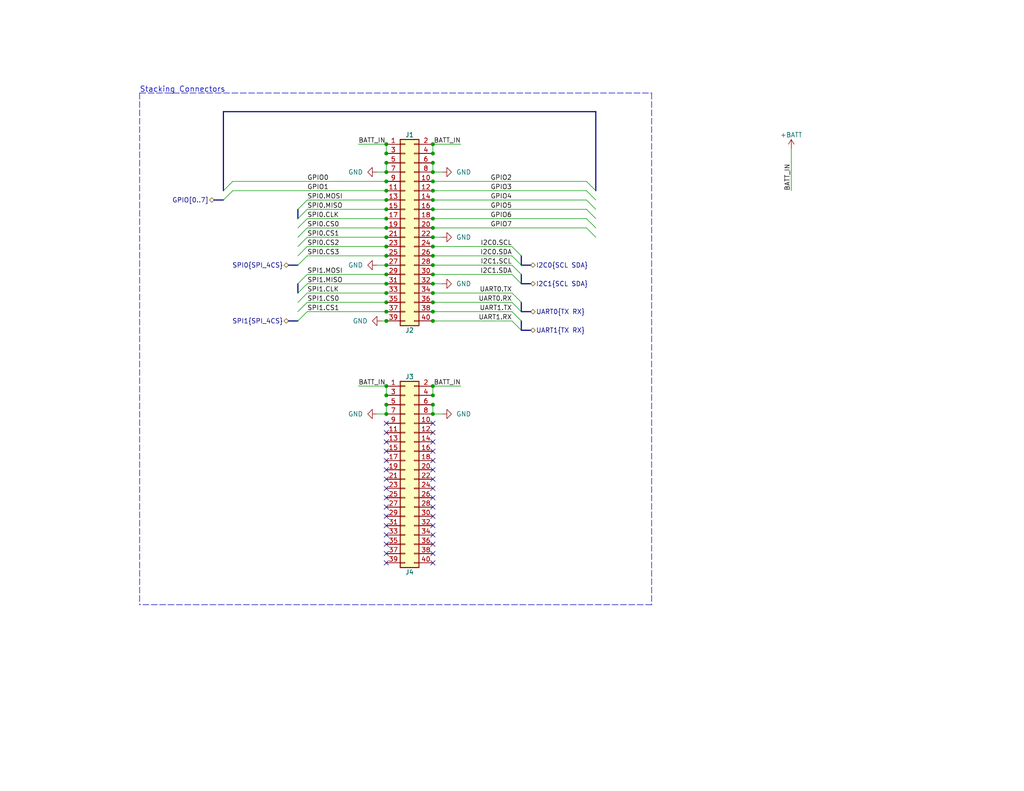
<source format=kicad_sch>
(kicad_sch (version 20210406) (generator eeschema)
  (paper "USLetter")
  (title_block (title "FlySensei Stacking Connectors") (date "2021-05-24") (rev "0.1") (company "George Mason University"))
  (lib_symbols
    (symbol "Connector_Generic:Conn_02x20_Odd_Even" (pin_names (offset 1.016) hide)
      (property "Reference" "J" (at 1.27 25.4 0))
      (property "Value" "Conn_02x20_Odd_Even" (at 1.27 -27.94 0))
      (symbol "Conn_02x20_Odd_Even_1_1"
        (rectangle (start -1.27 -25.273) (end 0 -25.527) (stroke (width 0.1524)))
        (rectangle (start -1.27 -22.733) (end 0 -22.987) (stroke (width 0.1524)))
        (rectangle (start -1.27 -20.193) (end 0 -20.447) (stroke (width 0.1524)))
        (rectangle (start -1.27 -17.653) (end 0 -17.907) (stroke (width 0.1524)))
        (rectangle (start -1.27 -15.113) (end 0 -15.367) (stroke (width 0.1524)))
        (rectangle (start -1.27 -12.573) (end 0 -12.827) (stroke (width 0.1524)))
        (rectangle (start -1.27 -10.033) (end 0 -10.287) (stroke (width 0.1524)))
        (rectangle (start -1.27 -7.493) (end 0 -7.747) (stroke (width 0.1524)))
        (rectangle (start -1.27 -4.953) (end 0 -5.207) (stroke (width 0.1524)))
        (rectangle (start -1.27 -2.413) (end 0 -2.667) (stroke (width 0.1524)))
        (rectangle (start -1.27 0.127) (end 0 -0.127) (stroke (width 0.1524)))
        (rectangle (start -1.27 2.667) (end 0 2.413) (stroke (width 0.1524)))
        (rectangle (start -1.27 5.207) (end 0 4.953) (stroke (width 0.1524)))
        (rectangle (start -1.27 7.747) (end 0 7.493) (stroke (width 0.1524)))
        (rectangle (start -1.27 10.287) (end 0 10.033) (stroke (width 0.1524)))
        (rectangle (start -1.27 12.827) (end 0 12.573) (stroke (width 0.1524)))
        (rectangle (start -1.27 15.367) (end 0 15.113) (stroke (width 0.1524)))
        (rectangle (start -1.27 17.907) (end 0 17.653) (stroke (width 0.1524)))
        (rectangle (start -1.27 20.447) (end 0 20.193) (stroke (width 0.1524)))
        (rectangle (start -1.27 22.987) (end 0 22.733) (stroke (width 0.1524)))
        (rectangle (start 3.81 -25.273) (end 2.54 -25.527) (stroke (width 0.1524)))
        (rectangle (start 3.81 -22.733) (end 2.54 -22.987) (stroke (width 0.1524)))
        (rectangle (start 3.81 -20.193) (end 2.54 -20.447) (stroke (width 0.1524)))
        (rectangle (start 3.81 -17.653) (end 2.54 -17.907) (stroke (width 0.1524)))
        (rectangle (start 3.81 -15.113) (end 2.54 -15.367) (stroke (width 0.1524)))
        (rectangle (start 3.81 -12.573) (end 2.54 -12.827) (stroke (width 0.1524)))
        (rectangle (start 3.81 -10.033) (end 2.54 -10.287) (stroke (width 0.1524)))
        (rectangle (start 3.81 -7.493) (end 2.54 -7.747) (stroke (width 0.1524)))
        (rectangle (start 3.81 -4.953) (end 2.54 -5.207) (stroke (width 0.1524)))
        (rectangle (start 3.81 -2.413) (end 2.54 -2.667) (stroke (width 0.1524)))
        (rectangle (start 3.81 0.127) (end 2.54 -0.127) (stroke (width 0.1524)))
        (rectangle (start 3.81 2.667) (end 2.54 2.413) (stroke (width 0.1524)))
        (rectangle (start 3.81 5.207) (end 2.54 4.953) (stroke (width 0.1524)))
        (rectangle (start 3.81 7.747) (end 2.54 7.493) (stroke (width 0.1524)))
        (rectangle (start 3.81 10.287) (end 2.54 10.033) (stroke (width 0.1524)))
        (rectangle (start 3.81 12.827) (end 2.54 12.573) (stroke (width 0.1524)))
        (rectangle (start 3.81 15.367) (end 2.54 15.113) (stroke (width 0.1524)))
        (rectangle (start 3.81 17.907) (end 2.54 17.653) (stroke (width 0.1524)))
        (rectangle (start 3.81 20.447) (end 2.54 20.193) (stroke (width 0.1524)))
        (rectangle (start 3.81 22.987) (end 2.54 22.733) (stroke (width 0.1524)))
        (rectangle (start -1.27 24.13) (end 3.81 -26.67) (stroke (width 0.254)) (fill (type background)))
        (pin passive line (at -5.08 22.86 0) (length 3.81) (name "Pin_1") (number "1"))
        (pin passive line (at 7.62 12.7 180) (length 3.81) (name "Pin_10") (number "10"))
        (pin passive line (at -5.08 10.16 0) (length 3.81) (name "Pin_11") (number "11"))
        (pin passive line (at 7.62 10.16 180) (length 3.81) (name "Pin_12") (number "12"))
        (pin passive line (at -5.08 7.62 0) (length 3.81) (name "Pin_13") (number "13"))
        (pin passive line (at 7.62 7.62 180) (length 3.81) (name "Pin_14") (number "14"))
        (pin passive line (at -5.08 5.08 0) (length 3.81) (name "Pin_15") (number "15"))
        (pin passive line (at 7.62 5.08 180) (length 3.81) (name "Pin_16") (number "16"))
        (pin passive line (at -5.08 2.54 0) (length 3.81) (name "Pin_17") (number "17"))
        (pin passive line (at 7.62 2.54 180) (length 3.81) (name "Pin_18") (number "18"))
        (pin passive line (at -5.08 0 0) (length 3.81) (name "Pin_19") (number "19"))
        (pin passive line (at 7.62 22.86 180) (length 3.81) (name "Pin_2") (number "2"))
        (pin passive line (at 7.62 0 180) (length 3.81) (name "Pin_20") (number "20"))
        (pin passive line (at -5.08 -2.54 0) (length 3.81) (name "Pin_21") (number "21"))
        (pin passive line (at 7.62 -2.54 180) (length 3.81) (name "Pin_22") (number "22"))
        (pin passive line (at -5.08 -5.08 0) (length 3.81) (name "Pin_23") (number "23"))
        (pin passive line (at 7.62 -5.08 180) (length 3.81) (name "Pin_24") (number "24"))
        (pin passive line (at -5.08 -7.62 0) (length 3.81) (name "Pin_25") (number "25"))
        (pin passive line (at 7.62 -7.62 180) (length 3.81) (name "Pin_26") (number "26"))
        (pin passive line (at -5.08 -10.16 0) (length 3.81) (name "Pin_27") (number "27"))
        (pin passive line (at 7.62 -10.16 180) (length 3.81) (name "Pin_28") (number "28"))
        (pin passive line (at -5.08 -12.7 0) (length 3.81) (name "Pin_29") (number "29"))
        (pin passive line (at -5.08 20.32 0) (length 3.81) (name "Pin_3") (number "3"))
        (pin passive line (at 7.62 -12.7 180) (length 3.81) (name "Pin_30") (number "30"))
        (pin passive line (at -5.08 -15.24 0) (length 3.81) (name "Pin_31") (number "31"))
        (pin passive line (at 7.62 -15.24 180) (length 3.81) (name "Pin_32") (number "32"))
        (pin passive line (at -5.08 -17.78 0) (length 3.81) (name "Pin_33") (number "33"))
        (pin passive line (at 7.62 -17.78 180) (length 3.81) (name "Pin_34") (number "34"))
        (pin passive line (at -5.08 -20.32 0) (length 3.81) (name "Pin_35") (number "35"))
        (pin passive line (at 7.62 -20.32 180) (length 3.81) (name "Pin_36") (number "36"))
        (pin passive line (at -5.08 -22.86 0) (length 3.81) (name "Pin_37") (number "37"))
        (pin passive line (at 7.62 -22.86 180) (length 3.81) (name "Pin_38") (number "38"))
        (pin passive line (at -5.08 -25.4 0) (length 3.81) (name "Pin_39") (number "39"))
        (pin passive line (at 7.62 20.32 180) (length 3.81) (name "Pin_4") (number "4"))
        (pin passive line (at 7.62 -25.4 180) (length 3.81) (name "Pin_40") (number "40"))
        (pin passive line (at -5.08 17.78 0) (length 3.81) (name "Pin_5") (number "5"))
        (pin passive line (at 7.62 17.78 180) (length 3.81) (name "Pin_6") (number "6"))
        (pin passive line (at -5.08 15.24 0) (length 3.81) (name "Pin_7") (number "7"))
        (pin passive line (at 7.62 15.24 180) (length 3.81) (name "Pin_8") (number "8"))
        (pin passive line (at -5.08 12.7 0) (length 3.81) (name "Pin_9") (number "9"))
      )
    )
    (symbol "Connector_Generic:Conn_02x20_Odd_Even_1" (pin_numbers hide) (pin_names (offset 1.016) hide)
      (property "Reference" "J" (at 1.27 25.4 0))
      (property "Value" "Conn_02x20_Odd_Even" (at 1.27 -27.94 0))
      (symbol "Conn_02x20_Odd_Even_1_1_1"
        (rectangle (start -1.27 -25.273) (end 0 -25.527) (stroke (width 0.1524)))
        (rectangle (start -1.27 -22.733) (end 0 -22.987) (stroke (width 0.1524)))
        (rectangle (start -1.27 -20.193) (end 0 -20.447) (stroke (width 0.1524)))
        (rectangle (start -1.27 -17.653) (end 0 -17.907) (stroke (width 0.1524)))
        (rectangle (start -1.27 -15.113) (end 0 -15.367) (stroke (width 0.1524)))
        (rectangle (start -1.27 -12.573) (end 0 -12.827) (stroke (width 0.1524)))
        (rectangle (start -1.27 -10.033) (end 0 -10.287) (stroke (width 0.1524)))
        (rectangle (start -1.27 -7.493) (end 0 -7.747) (stroke (width 0.1524)))
        (rectangle (start -1.27 -4.953) (end 0 -5.207) (stroke (width 0.1524)))
        (rectangle (start -1.27 -2.413) (end 0 -2.667) (stroke (width 0.1524)))
        (rectangle (start -1.27 0.127) (end 0 -0.127) (stroke (width 0.1524)))
        (rectangle (start -1.27 2.667) (end 0 2.413) (stroke (width 0.1524)))
        (rectangle (start -1.27 5.207) (end 0 4.953) (stroke (width 0.1524)))
        (rectangle (start -1.27 7.747) (end 0 7.493) (stroke (width 0.1524)))
        (rectangle (start -1.27 10.287) (end 0 10.033) (stroke (width 0.1524)))
        (rectangle (start -1.27 12.827) (end 0 12.573) (stroke (width 0.1524)))
        (rectangle (start -1.27 15.367) (end 0 15.113) (stroke (width 0.1524)))
        (rectangle (start -1.27 17.907) (end 0 17.653) (stroke (width 0.1524)))
        (rectangle (start -1.27 20.447) (end 0 20.193) (stroke (width 0.1524)))
        (rectangle (start -1.27 22.987) (end 0 22.733) (stroke (width 0.1524)))
        (rectangle (start 3.81 -25.273) (end 2.54 -25.527) (stroke (width 0.1524)))
        (rectangle (start 3.81 -22.733) (end 2.54 -22.987) (stroke (width 0.1524)))
        (rectangle (start 3.81 -20.193) (end 2.54 -20.447) (stroke (width 0.1524)))
        (rectangle (start 3.81 -17.653) (end 2.54 -17.907) (stroke (width 0.1524)))
        (rectangle (start 3.81 -15.113) (end 2.54 -15.367) (stroke (width 0.1524)))
        (rectangle (start 3.81 -12.573) (end 2.54 -12.827) (stroke (width 0.1524)))
        (rectangle (start 3.81 -10.033) (end 2.54 -10.287) (stroke (width 0.1524)))
        (rectangle (start 3.81 -7.493) (end 2.54 -7.747) (stroke (width 0.1524)))
        (rectangle (start 3.81 -4.953) (end 2.54 -5.207) (stroke (width 0.1524)))
        (rectangle (start 3.81 -2.413) (end 2.54 -2.667) (stroke (width 0.1524)))
        (rectangle (start 3.81 0.127) (end 2.54 -0.127) (stroke (width 0.1524)))
        (rectangle (start 3.81 2.667) (end 2.54 2.413) (stroke (width 0.1524)))
        (rectangle (start 3.81 5.207) (end 2.54 4.953) (stroke (width 0.1524)))
        (rectangle (start 3.81 7.747) (end 2.54 7.493) (stroke (width 0.1524)))
        (rectangle (start 3.81 10.287) (end 2.54 10.033) (stroke (width 0.1524)))
        (rectangle (start 3.81 12.827) (end 2.54 12.573) (stroke (width 0.1524)))
        (rectangle (start 3.81 15.367) (end 2.54 15.113) (stroke (width 0.1524)))
        (rectangle (start 3.81 17.907) (end 2.54 17.653) (stroke (width 0.1524)))
        (rectangle (start 3.81 20.447) (end 2.54 20.193) (stroke (width 0.1524)))
        (rectangle (start 3.81 22.987) (end 2.54 22.733) (stroke (width 0.1524)))
        (rectangle (start -1.27 24.13) (end 3.81 -26.67) (stroke (width 0.254)) (fill (type background)))
        (pin passive line (at -5.08 22.86 0) (length 3.81) (name "Pin_1") (number "1"))
        (pin passive line (at 7.62 12.7 180) (length 3.81) (name "Pin_10") (number "10"))
        (pin passive line (at -5.08 10.16 0) (length 3.81) (name "Pin_11") (number "11"))
        (pin passive line (at 7.62 10.16 180) (length 3.81) (name "Pin_12") (number "12"))
        (pin passive line (at -5.08 7.62 0) (length 3.81) (name "Pin_13") (number "13"))
        (pin passive line (at 7.62 7.62 180) (length 3.81) (name "Pin_14") (number "14"))
        (pin passive line (at -5.08 5.08 0) (length 3.81) (name "Pin_15") (number "15"))
        (pin passive line (at 7.62 5.08 180) (length 3.81) (name "Pin_16") (number "16"))
        (pin passive line (at -5.08 2.54 0) (length 3.81) (name "Pin_17") (number "17"))
        (pin passive line (at 7.62 2.54 180) (length 3.81) (name "Pin_18") (number "18"))
        (pin passive line (at -5.08 0 0) (length 3.81) (name "Pin_19") (number "19"))
        (pin passive line (at 7.62 22.86 180) (length 3.81) (name "Pin_2") (number "2"))
        (pin passive line (at 7.62 0 180) (length 3.81) (name "Pin_20") (number "20"))
        (pin passive line (at -5.08 -2.54 0) (length 3.81) (name "Pin_21") (number "21"))
        (pin passive line (at 7.62 -2.54 180) (length 3.81) (name "Pin_22") (number "22"))
        (pin passive line (at -5.08 -5.08 0) (length 3.81) (name "Pin_23") (number "23"))
        (pin passive line (at 7.62 -5.08 180) (length 3.81) (name "Pin_24") (number "24"))
        (pin passive line (at -5.08 -7.62 0) (length 3.81) (name "Pin_25") (number "25"))
        (pin passive line (at 7.62 -7.62 180) (length 3.81) (name "Pin_26") (number "26"))
        (pin passive line (at -5.08 -10.16 0) (length 3.81) (name "Pin_27") (number "27"))
        (pin passive line (at 7.62 -10.16 180) (length 3.81) (name "Pin_28") (number "28"))
        (pin passive line (at -5.08 -12.7 0) (length 3.81) (name "Pin_29") (number "29"))
        (pin passive line (at -5.08 20.32 0) (length 3.81) (name "Pin_3") (number "3"))
        (pin passive line (at 7.62 -12.7 180) (length 3.81) (name "Pin_30") (number "30"))
        (pin passive line (at -5.08 -15.24 0) (length 3.81) (name "Pin_31") (number "31"))
        (pin passive line (at 7.62 -15.24 180) (length 3.81) (name "Pin_32") (number "32"))
        (pin passive line (at -5.08 -17.78 0) (length 3.81) (name "Pin_33") (number "33"))
        (pin passive line (at 7.62 -17.78 180) (length 3.81) (name "Pin_34") (number "34"))
        (pin passive line (at -5.08 -20.32 0) (length 3.81) (name "Pin_35") (number "35"))
        (pin passive line (at 7.62 -20.32 180) (length 3.81) (name "Pin_36") (number "36"))
        (pin passive line (at -5.08 -22.86 0) (length 3.81) (name "Pin_37") (number "37"))
        (pin passive line (at 7.62 -22.86 180) (length 3.81) (name "Pin_38") (number "38"))
        (pin passive line (at -5.08 -25.4 0) (length 3.81) (name "Pin_39") (number "39"))
        (pin passive line (at 7.62 20.32 180) (length 3.81) (name "Pin_4") (number "4"))
        (pin passive line (at 7.62 -25.4 180) (length 3.81) (name "Pin_40") (number "40"))
        (pin passive line (at -5.08 17.78 0) (length 3.81) (name "Pin_5") (number "5"))
        (pin passive line (at 7.62 17.78 180) (length 3.81) (name "Pin_6") (number "6"))
        (pin passive line (at -5.08 15.24 0) (length 3.81) (name "Pin_7") (number "7"))
        (pin passive line (at 7.62 15.24 180) (length 3.81) (name "Pin_8") (number "8"))
        (pin passive line (at -5.08 12.7 0) (length 3.81) (name "Pin_9") (number "9"))
      )
    )
    (symbol "Connector_Generic:Conn_02x20_Odd_Even_2" (pin_numbers hide) (pin_names (offset 1.016) hide)
      (property "Reference" "J" (at 1.27 25.4 0))
      (property "Value" "Conn_02x20_Odd_Even" (at 1.27 -27.94 0))
      (symbol "Conn_02x20_Odd_Even_2_1_1"
        (rectangle (start -1.27 -25.273) (end 0 -25.527) (stroke (width 0.1524)))
        (rectangle (start -1.27 -22.733) (end 0 -22.987) (stroke (width 0.1524)))
        (rectangle (start -1.27 -20.193) (end 0 -20.447) (stroke (width 0.1524)))
        (rectangle (start -1.27 -17.653) (end 0 -17.907) (stroke (width 0.1524)))
        (rectangle (start -1.27 -15.113) (end 0 -15.367) (stroke (width 0.1524)))
        (rectangle (start -1.27 -12.573) (end 0 -12.827) (stroke (width 0.1524)))
        (rectangle (start -1.27 -10.033) (end 0 -10.287) (stroke (width 0.1524)))
        (rectangle (start -1.27 -7.493) (end 0 -7.747) (stroke (width 0.1524)))
        (rectangle (start -1.27 -4.953) (end 0 -5.207) (stroke (width 0.1524)))
        (rectangle (start -1.27 -2.413) (end 0 -2.667) (stroke (width 0.1524)))
        (rectangle (start -1.27 0.127) (end 0 -0.127) (stroke (width 0.1524)))
        (rectangle (start -1.27 2.667) (end 0 2.413) (stroke (width 0.1524)))
        (rectangle (start -1.27 5.207) (end 0 4.953) (stroke (width 0.1524)))
        (rectangle (start -1.27 7.747) (end 0 7.493) (stroke (width 0.1524)))
        (rectangle (start -1.27 10.287) (end 0 10.033) (stroke (width 0.1524)))
        (rectangle (start -1.27 12.827) (end 0 12.573) (stroke (width 0.1524)))
        (rectangle (start -1.27 15.367) (end 0 15.113) (stroke (width 0.1524)))
        (rectangle (start -1.27 17.907) (end 0 17.653) (stroke (width 0.1524)))
        (rectangle (start -1.27 20.447) (end 0 20.193) (stroke (width 0.1524)))
        (rectangle (start -1.27 22.987) (end 0 22.733) (stroke (width 0.1524)))
        (rectangle (start 3.81 -25.273) (end 2.54 -25.527) (stroke (width 0.1524)))
        (rectangle (start 3.81 -22.733) (end 2.54 -22.987) (stroke (width 0.1524)))
        (rectangle (start 3.81 -20.193) (end 2.54 -20.447) (stroke (width 0.1524)))
        (rectangle (start 3.81 -17.653) (end 2.54 -17.907) (stroke (width 0.1524)))
        (rectangle (start 3.81 -15.113) (end 2.54 -15.367) (stroke (width 0.1524)))
        (rectangle (start 3.81 -12.573) (end 2.54 -12.827) (stroke (width 0.1524)))
        (rectangle (start 3.81 -10.033) (end 2.54 -10.287) (stroke (width 0.1524)))
        (rectangle (start 3.81 -7.493) (end 2.54 -7.747) (stroke (width 0.1524)))
        (rectangle (start 3.81 -4.953) (end 2.54 -5.207) (stroke (width 0.1524)))
        (rectangle (start 3.81 -2.413) (end 2.54 -2.667) (stroke (width 0.1524)))
        (rectangle (start 3.81 0.127) (end 2.54 -0.127) (stroke (width 0.1524)))
        (rectangle (start 3.81 2.667) (end 2.54 2.413) (stroke (width 0.1524)))
        (rectangle (start 3.81 5.207) (end 2.54 4.953) (stroke (width 0.1524)))
        (rectangle (start 3.81 7.747) (end 2.54 7.493) (stroke (width 0.1524)))
        (rectangle (start 3.81 10.287) (end 2.54 10.033) (stroke (width 0.1524)))
        (rectangle (start 3.81 12.827) (end 2.54 12.573) (stroke (width 0.1524)))
        (rectangle (start 3.81 15.367) (end 2.54 15.113) (stroke (width 0.1524)))
        (rectangle (start 3.81 17.907) (end 2.54 17.653) (stroke (width 0.1524)))
        (rectangle (start 3.81 20.447) (end 2.54 20.193) (stroke (width 0.1524)))
        (rectangle (start 3.81 22.987) (end 2.54 22.733) (stroke (width 0.1524)))
        (rectangle (start -1.27 24.13) (end 3.81 -26.67) (stroke (width 0.254)) (fill (type background)))
        (pin passive line (at -5.08 22.86 0) (length 3.81) (name "Pin_1") (number "1"))
        (pin passive line (at 7.62 12.7 180) (length 3.81) (name "Pin_10") (number "10"))
        (pin passive line (at -5.08 10.16 0) (length 3.81) (name "Pin_11") (number "11"))
        (pin passive line (at 7.62 10.16 180) (length 3.81) (name "Pin_12") (number "12"))
        (pin passive line (at -5.08 7.62 0) (length 3.81) (name "Pin_13") (number "13"))
        (pin passive line (at 7.62 7.62 180) (length 3.81) (name "Pin_14") (number "14"))
        (pin passive line (at -5.08 5.08 0) (length 3.81) (name "Pin_15") (number "15"))
        (pin passive line (at 7.62 5.08 180) (length 3.81) (name "Pin_16") (number "16"))
        (pin passive line (at -5.08 2.54 0) (length 3.81) (name "Pin_17") (number "17"))
        (pin passive line (at 7.62 2.54 180) (length 3.81) (name "Pin_18") (number "18"))
        (pin passive line (at -5.08 0 0) (length 3.81) (name "Pin_19") (number "19"))
        (pin passive line (at 7.62 22.86 180) (length 3.81) (name "Pin_2") (number "2"))
        (pin passive line (at 7.62 0 180) (length 3.81) (name "Pin_20") (number "20"))
        (pin passive line (at -5.08 -2.54 0) (length 3.81) (name "Pin_21") (number "21"))
        (pin passive line (at 7.62 -2.54 180) (length 3.81) (name "Pin_22") (number "22"))
        (pin passive line (at -5.08 -5.08 0) (length 3.81) (name "Pin_23") (number "23"))
        (pin passive line (at 7.62 -5.08 180) (length 3.81) (name "Pin_24") (number "24"))
        (pin passive line (at -5.08 -7.62 0) (length 3.81) (name "Pin_25") (number "25"))
        (pin passive line (at 7.62 -7.62 180) (length 3.81) (name "Pin_26") (number "26"))
        (pin passive line (at -5.08 -10.16 0) (length 3.81) (name "Pin_27") (number "27"))
        (pin passive line (at 7.62 -10.16 180) (length 3.81) (name "Pin_28") (number "28"))
        (pin passive line (at -5.08 -12.7 0) (length 3.81) (name "Pin_29") (number "29"))
        (pin passive line (at -5.08 20.32 0) (length 3.81) (name "Pin_3") (number "3"))
        (pin passive line (at 7.62 -12.7 180) (length 3.81) (name "Pin_30") (number "30"))
        (pin passive line (at -5.08 -15.24 0) (length 3.81) (name "Pin_31") (number "31"))
        (pin passive line (at 7.62 -15.24 180) (length 3.81) (name "Pin_32") (number "32"))
        (pin passive line (at -5.08 -17.78 0) (length 3.81) (name "Pin_33") (number "33"))
        (pin passive line (at 7.62 -17.78 180) (length 3.81) (name "Pin_34") (number "34"))
        (pin passive line (at -5.08 -20.32 0) (length 3.81) (name "Pin_35") (number "35"))
        (pin passive line (at 7.62 -20.32 180) (length 3.81) (name "Pin_36") (number "36"))
        (pin passive line (at -5.08 -22.86 0) (length 3.81) (name "Pin_37") (number "37"))
        (pin passive line (at 7.62 -22.86 180) (length 3.81) (name "Pin_38") (number "38"))
        (pin passive line (at -5.08 -25.4 0) (length 3.81) (name "Pin_39") (number "39"))
        (pin passive line (at 7.62 20.32 180) (length 3.81) (name "Pin_4") (number "4"))
        (pin passive line (at 7.62 -25.4 180) (length 3.81) (name "Pin_40") (number "40"))
        (pin passive line (at -5.08 17.78 0) (length 3.81) (name "Pin_5") (number "5"))
        (pin passive line (at 7.62 17.78 180) (length 3.81) (name "Pin_6") (number "6"))
        (pin passive line (at -5.08 15.24 0) (length 3.81) (name "Pin_7") (number "7"))
        (pin passive line (at 7.62 15.24 180) (length 3.81) (name "Pin_8") (number "8"))
        (pin passive line (at -5.08 12.7 0) (length 3.81) (name "Pin_9") (number "9"))
      )
    )
    (symbol "power:+BATT" (power) (pin_names (offset 0))
      (property "Value" "+BATT" (at 0 3.556 0))
      (symbol "+BATT_0_1"
        (polyline (pts (xy -0.762 1.27) (xy 0 2.54)))
        (polyline (pts (xy 0 0) (xy 0 2.54)))
        (polyline (pts (xy 0 2.54) (xy 0.762 1.27)))
      )
      (symbol "+BATT_1_1"
        (pin power_in line (at 0 0 90) (length 0) hide (name "+BATT") (number "1"))
      )
    )
    (symbol "power:GND" (power) (pin_names (offset 0))
      (property "Value" "GND" (at 0 -3.81 0))
      (symbol "GND_0_1"
        (polyline (pts (xy 0 0) (xy 0 -1.27) (xy 1.27 -1.27) (xy 0 -2.54) (xy -1.27 -1.27) (xy 0 -1.27)))
      )
      (symbol "GND_1_1"
        (pin power_in line (at 0 0 270) (length 0) hide (name "GND") (number "1"))
      )
    )
  )
  (junction (at 105.41 39.37) (diameter 0.9144))
  (junction (at 105.41 41.91) (diameter 0.9144))
  (junction (at 105.41 44.45) (diameter 0.9144))
  (junction (at 105.41 46.99) (diameter 0.9144))
  (junction (at 105.41 49.53) (diameter 0.9144))
  (junction (at 105.41 52.07) (diameter 0.9144))
  (junction (at 105.41 54.61) (diameter 0.9144))
  (junction (at 105.41 57.15) (diameter 0.9144))
  (junction (at 105.41 59.69) (diameter 0.9144))
  (junction (at 105.41 62.23) (diameter 0.9144))
  (junction (at 105.41 64.77) (diameter 0.9144))
  (junction (at 105.41 67.31) (diameter 0.9144))
  (junction (at 105.41 69.85) (diameter 0.9144))
  (junction (at 105.41 72.39) (diameter 0.9144))
  (junction (at 105.41 74.93) (diameter 0.9144))
  (junction (at 105.41 77.47) (diameter 0.9144))
  (junction (at 105.41 80.01) (diameter 0.9144))
  (junction (at 105.41 82.55) (diameter 0.9144))
  (junction (at 105.41 85.09) (diameter 0.9144))
  (junction (at 105.41 87.63) (diameter 0.9144))
  (junction (at 105.41 105.41) (diameter 0.9144))
  (junction (at 105.41 107.95) (diameter 0.9144))
  (junction (at 105.41 110.49) (diameter 0.9144))
  (junction (at 105.41 113.03) (diameter 0.9144))
  (junction (at 118.11 39.37) (diameter 0.9144))
  (junction (at 118.11 41.91) (diameter 0.9144))
  (junction (at 118.11 44.45) (diameter 0.9144))
  (junction (at 118.11 46.99) (diameter 0.9144))
  (junction (at 118.11 49.53) (diameter 0.9144))
  (junction (at 118.11 52.07) (diameter 0.9144))
  (junction (at 118.11 54.61) (diameter 0.9144))
  (junction (at 118.11 57.15) (diameter 0.9144))
  (junction (at 118.11 59.69) (diameter 0.9144))
  (junction (at 118.11 62.23) (diameter 0.9144))
  (junction (at 118.11 64.77) (diameter 0.9144))
  (junction (at 118.11 67.31) (diameter 0.9144))
  (junction (at 118.11 69.85) (diameter 0.9144))
  (junction (at 118.11 72.39) (diameter 0.9144))
  (junction (at 118.11 74.93) (diameter 0.9144))
  (junction (at 118.11 77.47) (diameter 0.9144))
  (junction (at 118.11 80.01) (diameter 0.9144))
  (junction (at 118.11 82.55) (diameter 0.9144))
  (junction (at 118.11 85.09) (diameter 0.9144))
  (junction (at 118.11 87.63) (diameter 0.9144))
  (junction (at 118.11 105.41) (diameter 0.9144))
  (junction (at 118.11 107.95) (diameter 0.9144))
  (junction (at 118.11 110.49) (diameter 0.9144))
  (junction (at 118.11 113.03) (diameter 0.9144))
  (no_connect (at 105.41 115.57))
  (no_connect (at 105.41 118.11))
  (no_connect (at 105.41 120.65))
  (no_connect (at 105.41 123.19))
  (no_connect (at 105.41 125.73))
  (no_connect (at 105.41 128.27))
  (no_connect (at 105.41 130.81))
  (no_connect (at 105.41 133.35))
  (no_connect (at 105.41 135.89))
  (no_connect (at 105.41 138.43))
  (no_connect (at 105.41 140.97))
  (no_connect (at 105.41 143.51))
  (no_connect (at 105.41 146.05))
  (no_connect (at 105.41 148.59))
  (no_connect (at 105.41 151.13))
  (no_connect (at 105.41 153.67))
  (no_connect (at 118.11 115.57))
  (no_connect (at 118.11 118.11))
  (no_connect (at 118.11 120.65))
  (no_connect (at 118.11 123.19))
  (no_connect (at 118.11 125.73))
  (no_connect (at 118.11 128.27))
  (no_connect (at 118.11 130.81))
  (no_connect (at 118.11 133.35))
  (no_connect (at 118.11 135.89))
  (no_connect (at 118.11 138.43))
  (no_connect (at 118.11 140.97))
  (no_connect (at 118.11 143.51))
  (no_connect (at 118.11 146.05))
  (no_connect (at 118.11 148.59))
  (no_connect (at 118.11 151.13))
  (no_connect (at 118.11 153.67))
  (bus_entry (at 60.96 52.07) (size 2.54 -2.54) (stroke (width 0.1524)))
  (bus_entry (at 60.96 54.61) (size 2.54 -2.54) (stroke (width 0.1524)))
  (bus_entry (at 81.28 57.15) (size 2.54 -2.54) (stroke (width 0.1524)))
  (bus_entry (at 81.28 59.69) (size 2.54 -2.54) (stroke (width 0.1524)))
  (bus_entry (at 81.28 62.23) (size 2.54 -2.54) (stroke (width 0.1524)))
  (bus_entry (at 81.28 64.77) (size 2.54 -2.54) (stroke (width 0.1524)))
  (bus_entry (at 81.28 67.31) (size 2.54 -2.54) (stroke (width 0.1524)))
  (bus_entry (at 81.28 69.85) (size 2.54 -2.54) (stroke (width 0.1524)))
  (bus_entry (at 81.28 72.39) (size 2.54 -2.54) (stroke (width 0.1524)))
  (bus_entry (at 81.28 77.47) (size 2.54 -2.54) (stroke (width 0.1524)))
  (bus_entry (at 81.28 80.01) (size 2.54 -2.54) (stroke (width 0.1524)))
  (bus_entry (at 81.28 82.55) (size 2.54 -2.54) (stroke (width 0.1524)))
  (bus_entry (at 81.28 85.09) (size 2.54 -2.54) (stroke (width 0.1524)))
  (bus_entry (at 81.28 87.63) (size 2.54 -2.54) (stroke (width 0.1524)))
  (bus_entry (at 142.24 69.85) (size -2.54 -2.54) (stroke (width 0.1524)))
  (bus_entry (at 142.24 72.39) (size -2.54 -2.54) (stroke (width 0.1524)))
  (bus_entry (at 142.24 74.93) (size -2.54 -2.54) (stroke (width 0.1524)))
  (bus_entry (at 142.24 77.47) (size -2.54 -2.54) (stroke (width 0.1524)))
  (bus_entry (at 142.24 82.55) (size -2.54 -2.54) (stroke (width 0.1524)))
  (bus_entry (at 142.24 85.09) (size -2.54 -2.54) (stroke (width 0.1524)))
  (bus_entry (at 142.24 87.63) (size -2.54 -2.54) (stroke (width 0.1524)))
  (bus_entry (at 142.24 90.17) (size -2.54 -2.54) (stroke (width 0.1524)))
  (bus_entry (at 162.56 52.07) (size -2.54 -2.54) (stroke (width 0.1524)))
  (bus_entry (at 162.56 54.61) (size -2.54 -2.54) (stroke (width 0.1524)))
  (bus_entry (at 162.56 57.15) (size -2.54 -2.54) (stroke (width 0.1524)))
  (bus_entry (at 162.56 59.69) (size -2.54 -2.54) (stroke (width 0.1524)))
  (bus_entry (at 162.56 62.23) (size -2.54 -2.54) (stroke (width 0.1524)))
  (bus_entry (at 162.56 64.77) (size -2.54 -2.54) (stroke (width 0.1524)))
  (wire (pts (xy 63.5 49.53) (xy 105.41 49.53)))
  (wire (pts (xy 63.5 52.07) (xy 105.41 52.07)))
  (wire (pts (xy 83.82 54.61) (xy 105.41 54.61)))
  (wire (pts (xy 83.82 57.15) (xy 105.41 57.15)))
  (wire (pts (xy 83.82 59.69) (xy 105.41 59.69)))
  (wire (pts (xy 83.82 62.23) (xy 105.41 62.23)))
  (wire (pts (xy 83.82 64.77) (xy 105.41 64.77)))
  (wire (pts (xy 83.82 67.31) (xy 105.41 67.31)))
  (wire (pts (xy 83.82 69.85) (xy 105.41 69.85)))
  (wire (pts (xy 83.82 74.93) (xy 105.41 74.93)))
  (wire (pts (xy 83.82 77.47) (xy 105.41 77.47)))
  (wire (pts (xy 83.82 80.01) (xy 105.41 80.01)))
  (wire (pts (xy 83.82 82.55) (xy 105.41 82.55)))
  (wire (pts (xy 83.82 85.09) (xy 105.41 85.09)))
  (wire (pts (xy 97.79 39.37) (xy 105.41 39.37)))
  (wire (pts (xy 97.79 105.41) (xy 105.41 105.41)))
  (wire (pts (xy 102.87 46.99) (xy 105.41 46.99)))
  (wire (pts (xy 102.87 72.39) (xy 105.41 72.39)))
  (wire (pts (xy 102.87 113.03) (xy 105.41 113.03)))
  (wire (pts (xy 104.14 87.63) (xy 105.41 87.63)))
  (wire (pts (xy 105.41 39.37) (xy 105.41 41.91)))
  (wire (pts (xy 105.41 44.45) (xy 105.41 46.99)))
  (wire (pts (xy 105.41 105.41) (xy 105.41 107.95)))
  (wire (pts (xy 105.41 110.49) (xy 105.41 113.03)))
  (wire (pts (xy 118.11 39.37) (xy 118.11 41.91)))
  (wire (pts (xy 118.11 44.45) (xy 118.11 46.99)))
  (wire (pts (xy 118.11 46.99) (xy 120.65 46.99)))
  (wire (pts (xy 118.11 64.77) (xy 120.65 64.77)))
  (wire (pts (xy 118.11 77.47) (xy 120.65 77.47)))
  (wire (pts (xy 118.11 105.41) (xy 118.11 107.95)))
  (wire (pts (xy 118.11 110.49) (xy 118.11 113.03)))
  (wire (pts (xy 118.11 113.03) (xy 120.65 113.03)))
  (wire (pts (xy 125.73 39.37) (xy 118.11 39.37)))
  (wire (pts (xy 125.73 105.41) (xy 118.11 105.41)))
  (wire (pts (xy 139.7 67.31) (xy 118.11 67.31)))
  (wire (pts (xy 139.7 69.85) (xy 118.11 69.85)))
  (wire (pts (xy 139.7 72.39) (xy 118.11 72.39)))
  (wire (pts (xy 139.7 74.93) (xy 118.11 74.93)))
  (wire (pts (xy 139.7 80.01) (xy 118.11 80.01)))
  (wire (pts (xy 139.7 82.55) (xy 118.11 82.55)))
  (wire (pts (xy 139.7 85.09) (xy 118.11 85.09)))
  (wire (pts (xy 139.7 87.63) (xy 118.11 87.63)))
  (wire (pts (xy 160.02 49.53) (xy 118.11 49.53)))
  (wire (pts (xy 160.02 52.07) (xy 118.11 52.07)))
  (wire (pts (xy 160.02 54.61) (xy 118.11 54.61)))
  (wire (pts (xy 160.02 57.15) (xy 118.11 57.15)))
  (wire (pts (xy 160.02 59.69) (xy 118.11 59.69)))
  (wire (pts (xy 160.02 62.23) (xy 118.11 62.23)))
  (wire (pts (xy 215.9 40.64) (xy 215.9 52.07)))
  (bus (pts (xy 58.42 54.61) (xy 60.96 54.61)))
  (bus (pts (xy 60.96 30.48) (xy 60.96 54.61)))
  (bus (pts (xy 60.96 30.48) (xy 162.56 30.48)))
  (bus (pts (xy 78.74 72.39) (xy 81.28 72.39)))
  (bus (pts (xy 78.74 87.63) (xy 81.28 87.63)))
  (bus (pts (xy 81.28 57.15) (xy 81.28 72.39)))
  (bus (pts (xy 81.28 77.47) (xy 81.28 87.63)))
  (bus (pts (xy 142.24 69.85) (xy 142.24 72.39)))
  (bus (pts (xy 142.24 74.93) (xy 142.24 77.47)))
  (bus (pts (xy 142.24 82.55) (xy 142.24 85.09)))
  (bus (pts (xy 142.24 87.63) (xy 142.24 90.17)))
  (bus (pts (xy 144.78 72.39) (xy 142.24 72.39)))
  (bus (pts (xy 144.78 77.47) (xy 142.24 77.47)))
  (bus (pts (xy 144.78 85.09) (xy 142.24 85.09)))
  (bus (pts (xy 144.78 90.17) (xy 142.24 90.17)))
  (bus (pts (xy 162.56 30.48) (xy 162.56 64.77)))
  (polyline (pts (xy 38.1 25.4) (xy 38.1 165.1)) (stroke (width 0) (type dash)))
  (polyline (pts (xy 38.1 25.4) (xy 177.8 25.4)) (stroke (width 0) (type dash)))
  (polyline (pts (xy 177.8 25.4) (xy 177.8 165.1)) (stroke (width 0) (type dash)))
  (polyline (pts (xy 177.8 165.1) (xy 38.1 165.1)) (stroke (width 0) (type dash)))
  (text "Stacking Connectors" (at 38.1 25.4 0) (effects (font (size 1.5 1.5)) (justify left bottom)))
  (label "GPIO0" (at 83.82 49.53 0))
  (label "GPIO1" (at 83.82 52.07 0))
  (label "SPI0.MOSI" (at 83.82 54.61 0))
  (label "SPI0.MISO" (at 83.82 57.15 0))
  (label "SPI0.CLK" (at 83.82 59.69 0))
  (label "SPI0.CS0" (at 83.82 62.23 0))
  (label "SPI0.CS1" (at 83.82 64.77 0))
  (label "SPI0.CS2" (at 83.82 67.31 0))
  (label "SPI0.CS3" (at 83.82 69.85 0))
  (label "SPI1.MOSI" (at 83.82 74.93 0))
  (label "SPI1.MISO" (at 83.82 77.47 0))
  (label "SPI1.CLK" (at 83.82 80.01 0))
  (label "SPI1.CS0" (at 83.82 82.55 0))
  (label "SPI1.CS1" (at 83.82 85.09 0))
  (label "BATT_IN" (at 97.79 39.37 0))
  (label "BATT_IN" (at 97.79 105.41 0))
  (label "BATT_IN" (at 125.73 39.37 180))
  (label "BATT_IN" (at 125.73 105.41 180))
  (label "GPIO2" (at 139.7 49.53 180))
  (label "GPIO3" (at 139.7 52.07 180))
  (label "GPIO4" (at 139.7 54.61 180))
  (label "GPIO5" (at 139.7 57.15 180))
  (label "GPIO6" (at 139.7 59.69 180))
  (label "GPIO7" (at 139.7 62.23 180))
  (label "I2C0.SCL" (at 139.7 67.31 180))
  (label "I2C0.SDA" (at 139.7 69.85 180))
  (label "I2C1.SCL" (at 139.7 72.39 180))
  (label "I2C1.SDA" (at 139.7 74.93 180))
  (label "UART0.TX" (at 139.7 80.01 180))
  (label "UART0.RX" (at 139.7 82.55 180))
  (label "UART1.TX" (at 139.7 85.09 180))
  (label "UART1.RX" (at 139.7 87.63 180))
  (label "BATT_IN" (at 215.9 52.07 90))
  (hierarchical_label "GPIO[0..7]" (shape bidirectional) (at 58.42 54.61 180))
  (hierarchical_label "SPI0{SPI_4CS}" (shape bidirectional) (at 78.74 72.39 180))
  (hierarchical_label "SPI1{SPI_4CS}" (shape bidirectional) (at 78.74 87.63 180))
  (hierarchical_label "I2C0{SCL SDA}" (shape bidirectional) (at 144.78 72.39 0))
  (hierarchical_label "I2C1{SCL SDA}" (shape bidirectional) (at 144.78 77.47 0))
  (hierarchical_label "UART0{TX RX}" (shape bidirectional) (at 144.78 85.09 0))
  (hierarchical_label "UART1{TX RX}" (shape bidirectional) (at 144.78 90.17 0))
  (symbol (lib_id "power:+BATT") (at 215.9 40.64 0) (unit 1)
    (property "Reference" "#PWR0117" (effects hide))
    (property "Value" "+BATT" (at 215.9 36.83 0))
  )
  (symbol (lib_id "power:GND") (at 102.87 46.99 270) (unit 1)
    (property "Reference" "#PWR0120" (effects hide))
    (property "Value" "GND" (at 99.06 46.9899 90) (effects (justify right)))
  )
  (symbol (lib_id "power:GND") (at 102.87 72.39 270) (unit 1)
    (property "Reference" "#PWR0122" (effects hide))
    (property "Value" "GND" (at 99.06 72.3899 90) (effects (justify right)))
  )
  (symbol (lib_id "power:GND") (at 102.87 113.03 270) (unit 1)
    (property "Reference" "#PWR0118" (effects hide))
    (property "Value" "GND" (at 99.06 113.0299 90) (effects (justify right)))
  )
  (symbol (lib_id "power:GND") (at 104.14 87.63 270) (unit 1)
    (property "Reference" "#PWR0121" (effects hide))
    (property "Value" "GND" (at 100.33 87.6299 90) (effects (justify right)))
  )
  (symbol (lib_id "power:GND") (at 120.65 46.99 90) (mirror x) (unit 1)
    (property "Reference" "#PWR0116" (effects hide))
    (property "Value" "GND" (at 124.46 46.9899 90) (effects (justify right)))
  )
  (symbol (lib_id "power:GND") (at 120.65 64.77 90) (mirror x) (unit 1)
    (property "Reference" "#PWR0114" (effects hide))
    (property "Value" "GND" (at 124.46 64.7699 90) (effects (justify right)))
  )
  (symbol (lib_id "power:GND") (at 120.65 77.47 90) (mirror x) (unit 1)
    (property "Reference" "#PWR0115" (effects hide))
    (property "Value" "GND" (at 124.46 77.4699 90) (effects (justify right)))
  )
  (symbol (lib_id "power:GND") (at 120.65 113.03 90) (mirror x) (unit 1)
    (property "Reference" "#PWR0119" (effects hide))
    (property "Value" "GND" (at 124.46 113.0299 90) (effects (justify right)))
  )
  (symbol (lib_id "Connector_Generic:Conn_02x20_Odd_Even") (at 110.49 62.23 0) (unit 1)
    (property "Reference" "J1" (at 111.76 36.83 0))
    (property "Value" "Conn_02x20_Odd_Even_Male" (effects hide))
    (property "Footprint" "Connector_PinHeader_1.27mm:PinHeader_2x20_P1.27mm_Vertical_SMD" (effects hide))
  )
  (symbol (lib_id "Connector_Generic:Conn_02x20_Odd_Even") (at 110.49 128.27 0) (unit 1)
    (property "Reference" "J3" (at 111.76 102.87 0))
    (property "Value" "Conn_02x20_Odd_Even_Male" (effects hide))
    (property "Footprint" "Connector_PinHeader_1.27mm:PinHeader_2x20_P1.27mm_Vertical_SMD" (effects hide))
  )
  (symbol (lib_name "Connector_Generic:Conn_02x20_Odd_Even_2") (lib_id "Connector_Generic:Conn_02x20_Odd_Even") (at 113.03 62.23 0) (mirror y) (unit 1)
    (property "Reference" "J2" (at 111.76 90.17 0))
    (property "Value" "Conn_02x20_Odd_Even_Female" (effects hide))
    (property "Footprint" "Connector_PinHeader_1.27mm:PinHeader_2x20_P1.27mm_Vertical_SMD" (effects hide))
  )
  (symbol (lib_name "Connector_Generic:Conn_02x20_Odd_Even_1") (lib_id "Connector_Generic:Conn_02x20_Odd_Even") (at 113.03 128.27 0) (mirror y) (unit 1)
    (property "Reference" "J4" (at 111.76 156.21 0))
    (property "Value" "Conn_02x20_Odd_Even_Female" (effects hide))
    (property "Footprint" "Connector_PinHeader_1.27mm:PinHeader_2x20_P1.27mm_Vertical_SMD" (effects hide))
  )
)
</source>
